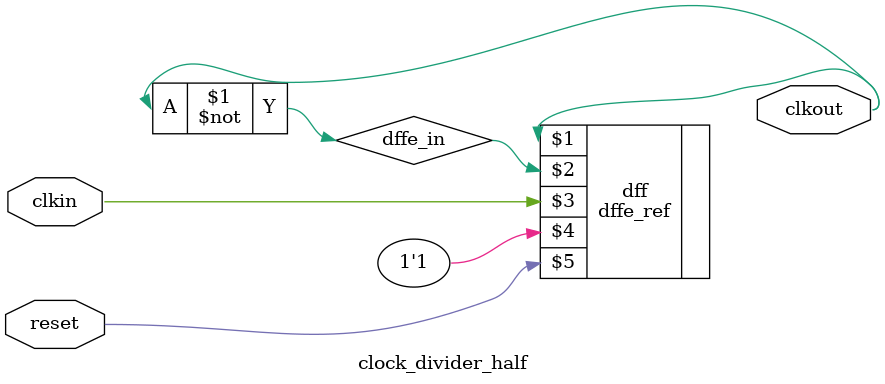
<source format=v>
module clock_divider_half(clkout, clkin, reset);
	input clkin, reset;
	output clkout;
	
	wire dffe_in;

	not inv(dffe_in, clkout);
	dffe_ref dff(clkout, dffe_in, clkin, 1'b1, reset);
endmodule

</source>
